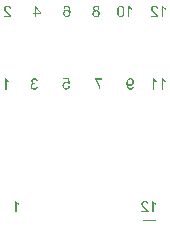
<source format=gbo>
G04*
G04 #@! TF.GenerationSoftware,Altium Limited,Altium Designer,23.8.1 (32)*
G04*
G04 Layer_Color=32896*
%FSLAX44Y44*%
%MOMM*%
G71*
G04*
G04 #@! TF.SameCoordinates,C3666710-2670-402F-B92E-87204BB45A74*
G04*
G04*
G04 #@! TF.FilePolarity,Positive*
G04*
G01*
G75*
%ADD11C,0.1000*%
G36*
X329743Y245925D02*
X329978Y245906D01*
X330203Y245869D01*
X330409Y245822D01*
X330606Y245766D01*
X330784Y245709D01*
X330943Y245644D01*
X331093Y245578D01*
X331224Y245513D01*
X331346Y245447D01*
X331440Y245391D01*
X331524Y245335D01*
X331590Y245288D01*
X331637Y245250D01*
X331665Y245231D01*
X331674Y245222D01*
X331815Y245082D01*
X331946Y244932D01*
X332058Y244772D01*
X332162Y244604D01*
X332246Y244425D01*
X332321Y244257D01*
X332387Y244088D01*
X332443Y243929D01*
X332480Y243769D01*
X332518Y243629D01*
X332546Y243498D01*
X332574Y243385D01*
X332583Y243291D01*
X332593Y243216D01*
X332602Y243179D01*
Y243160D01*
X331393Y243038D01*
X331384Y243207D01*
X331374Y243357D01*
X331346Y243507D01*
X331318Y243638D01*
X331271Y243760D01*
X331234Y243882D01*
X331187Y243985D01*
X331140Y244079D01*
X331093Y244163D01*
X331046Y244238D01*
X330999Y244304D01*
X330962Y244350D01*
X330934Y244388D01*
X330906Y244425D01*
X330896Y244435D01*
X330887Y244444D01*
X330784Y244538D01*
X330681Y244613D01*
X330568Y244688D01*
X330456Y244744D01*
X330231Y244838D01*
X330006Y244894D01*
X329912Y244913D01*
X329818Y244932D01*
X329734Y244941D01*
X329659Y244950D01*
X329603Y244960D01*
X329519D01*
X329369Y244950D01*
X329228Y244941D01*
X328975Y244885D01*
X328750Y244810D01*
X328647Y244763D01*
X328563Y244716D01*
X328478Y244669D01*
X328413Y244622D01*
X328347Y244585D01*
X328300Y244547D01*
X328263Y244519D01*
X328225Y244491D01*
X328216Y244482D01*
X328206Y244472D01*
X328113Y244379D01*
X328038Y244285D01*
X327972Y244182D01*
X327916Y244088D01*
X327822Y243891D01*
X327766Y243704D01*
X327728Y243535D01*
X327719Y243469D01*
X327710Y243413D01*
X327700Y243357D01*
Y243319D01*
Y243301D01*
Y243291D01*
X327710Y243169D01*
X327728Y243038D01*
X327757Y242916D01*
X327785Y242785D01*
X327878Y242551D01*
X327981Y242335D01*
X328038Y242242D01*
X328085Y242148D01*
X328131Y242073D01*
X328178Y242007D01*
X328206Y241951D01*
X328234Y241914D01*
X328253Y241885D01*
X328263Y241876D01*
X328375Y241726D01*
X328516Y241576D01*
X328666Y241407D01*
X328825Y241239D01*
X329172Y240901D01*
X329528Y240573D01*
X329697Y240423D01*
X329856Y240283D01*
X329997Y240152D01*
X330128Y240048D01*
X330231Y239955D01*
X330315Y239889D01*
X330362Y239852D01*
X330381Y239833D01*
X330559Y239683D01*
X330737Y239533D01*
X330896Y239392D01*
X331046Y239261D01*
X331177Y239130D01*
X331309Y239008D01*
X331421Y238896D01*
X331524Y238802D01*
X331618Y238708D01*
X331693Y238624D01*
X331759Y238549D01*
X331815Y238493D01*
X331862Y238446D01*
X331890Y238408D01*
X331909Y238389D01*
X331918Y238380D01*
X332105Y238146D01*
X332265Y237921D01*
X332396Y237705D01*
X332508Y237508D01*
X332593Y237340D01*
X332621Y237274D01*
X332649Y237218D01*
X332668Y237171D01*
X332687Y237134D01*
X332696Y237115D01*
Y237105D01*
X332743Y236956D01*
X332780Y236815D01*
X332799Y236674D01*
X332818Y236552D01*
X332827Y236440D01*
Y236365D01*
Y236309D01*
Y236299D01*
Y236290D01*
X326482D01*
Y237424D01*
X331196D01*
X331121Y237546D01*
X331037Y237658D01*
X330953Y237761D01*
X330878Y237865D01*
X330803Y237940D01*
X330746Y238005D01*
X330709Y238052D01*
X330700Y238061D01*
X330634Y238127D01*
X330550Y238202D01*
X330456Y238296D01*
X330353Y238389D01*
X330128Y238586D01*
X329903Y238783D01*
X329678Y238971D01*
X329584Y239055D01*
X329500Y239130D01*
X329434Y239186D01*
X329378Y239233D01*
X329341Y239261D01*
X329331Y239270D01*
X329106Y239467D01*
X328891Y239645D01*
X328694Y239823D01*
X328516Y239983D01*
X328347Y240133D01*
X328206Y240273D01*
X328066Y240405D01*
X327953Y240517D01*
X327850Y240620D01*
X327757Y240704D01*
X327691Y240779D01*
X327625Y240845D01*
X327578Y240892D01*
X327550Y240929D01*
X327532Y240948D01*
X327522Y240958D01*
X327325Y241182D01*
X327166Y241398D01*
X327025Y241604D01*
X326922Y241773D01*
X326838Y241923D01*
X326810Y241979D01*
X326782Y242035D01*
X326763Y242073D01*
X326744Y242101D01*
X326735Y242120D01*
Y242129D01*
X326651Y242335D01*
X326594Y242542D01*
X326548Y242738D01*
X326519Y242907D01*
X326501Y243057D01*
Y243113D01*
X326491Y243169D01*
Y243207D01*
Y243235D01*
Y243254D01*
Y243263D01*
X326501Y243469D01*
X326529Y243666D01*
X326566Y243863D01*
X326613Y244041D01*
X326679Y244210D01*
X326744Y244360D01*
X326819Y244510D01*
X326894Y244641D01*
X326969Y244763D01*
X327044Y244866D01*
X327110Y244950D01*
X327175Y245025D01*
X327222Y245091D01*
X327260Y245128D01*
X327288Y245156D01*
X327297Y245166D01*
X327457Y245297D01*
X327625Y245419D01*
X327794Y245522D01*
X327981Y245606D01*
X328159Y245681D01*
X328347Y245747D01*
X328525Y245794D01*
X328694Y245841D01*
X328862Y245869D01*
X329012Y245897D01*
X329144Y245916D01*
X329256Y245925D01*
X329359D01*
X329425Y245934D01*
X329491D01*
X329743Y245925D01*
D02*
G37*
G36*
X336520Y245813D02*
X336595Y245700D01*
X336754Y245466D01*
X336923Y245250D01*
X337092Y245053D01*
X337176Y244969D01*
X337251Y244885D01*
X337326Y244819D01*
X337382Y244753D01*
X337429Y244707D01*
X337476Y244669D01*
X337495Y244650D01*
X337504Y244641D01*
X337795Y244407D01*
X338085Y244191D01*
X338376Y243994D01*
X338647Y243835D01*
X338769Y243760D01*
X338882Y243704D01*
X338975Y243647D01*
X339060Y243601D01*
X339135Y243563D01*
X339182Y243535D01*
X339219Y243526D01*
X339229Y243516D01*
Y242382D01*
X339022Y242467D01*
X338807Y242560D01*
X338601Y242663D01*
X338413Y242757D01*
X338245Y242841D01*
X338179Y242879D01*
X338113Y242916D01*
X338066Y242945D01*
X338029Y242963D01*
X338010Y242982D01*
X338001D01*
X337757Y243132D01*
X337532Y243282D01*
X337335Y243423D01*
X337176Y243544D01*
X337045Y243647D01*
X336951Y243732D01*
X336923Y243760D01*
X336895Y243779D01*
X336885Y243797D01*
X336876D01*
Y236290D01*
X335695D01*
Y245934D01*
X336464D01*
X336520Y245813D01*
D02*
G37*
G36*
X336291Y184523D02*
X336366Y184410D01*
X336526Y184176D01*
X336694Y183960D01*
X336863Y183763D01*
X336947Y183679D01*
X337022Y183595D01*
X337097Y183529D01*
X337154Y183463D01*
X337200Y183417D01*
X337247Y183379D01*
X337266Y183360D01*
X337275Y183351D01*
X337566Y183117D01*
X337856Y182901D01*
X338147Y182704D01*
X338419Y182545D01*
X338541Y182470D01*
X338653Y182414D01*
X338747Y182358D01*
X338831Y182311D01*
X338906Y182273D01*
X338953Y182245D01*
X338991Y182236D01*
X339000Y182226D01*
Y181092D01*
X338794Y181176D01*
X338578Y181270D01*
X338372Y181373D01*
X338185Y181467D01*
X338016Y181551D01*
X337950Y181589D01*
X337885Y181626D01*
X337838Y181655D01*
X337800Y181673D01*
X337781Y181692D01*
X337772D01*
X337528Y181842D01*
X337304Y181992D01*
X337107Y182133D01*
X336947Y182254D01*
X336816Y182358D01*
X336722Y182442D01*
X336694Y182470D01*
X336666Y182489D01*
X336657Y182507D01*
X336647D01*
Y175000D01*
X335466D01*
Y184644D01*
X336235D01*
X336291Y184523D01*
D02*
G37*
G36*
X328831D02*
X328906Y184410D01*
X329065Y184176D01*
X329234Y183960D01*
X329402Y183763D01*
X329487Y183679D01*
X329562Y183595D01*
X329637Y183529D01*
X329693Y183463D01*
X329740Y183417D01*
X329787Y183379D01*
X329805Y183360D01*
X329815Y183351D01*
X330105Y183117D01*
X330396Y182901D01*
X330686Y182704D01*
X330958Y182545D01*
X331080Y182470D01*
X331193Y182414D01*
X331286Y182358D01*
X331371Y182311D01*
X331446Y182273D01*
X331493Y182245D01*
X331530Y182236D01*
X331539Y182226D01*
Y181092D01*
X331333Y181176D01*
X331118Y181270D01*
X330911Y181373D01*
X330724Y181467D01*
X330555Y181551D01*
X330490Y181589D01*
X330424Y181626D01*
X330377Y181655D01*
X330340Y181673D01*
X330321Y181692D01*
X330312D01*
X330068Y181842D01*
X329843Y181992D01*
X329646Y182133D01*
X329487Y182254D01*
X329356Y182358D01*
X329262Y182442D01*
X329234Y182470D01*
X329206Y182489D01*
X329196Y182507D01*
X329187D01*
Y175000D01*
X328006D01*
Y184644D01*
X328774D01*
X328831Y184523D01*
D02*
G37*
G36*
X307827Y245972D02*
X307902Y245859D01*
X308062Y245625D01*
X308230Y245410D01*
X308399Y245213D01*
X308483Y245128D01*
X308558Y245044D01*
X308633Y244978D01*
X308690Y244913D01*
X308736Y244866D01*
X308783Y244828D01*
X308802Y244810D01*
X308811Y244800D01*
X309102Y244566D01*
X309393Y244350D01*
X309683Y244154D01*
X309955Y243994D01*
X310077Y243919D01*
X310189Y243863D01*
X310283Y243807D01*
X310367Y243760D01*
X310442Y243722D01*
X310489Y243694D01*
X310527Y243685D01*
X310536Y243676D01*
Y242542D01*
X310330Y242626D01*
X310114Y242720D01*
X309908Y242823D01*
X309721Y242916D01*
X309552Y243001D01*
X309486Y243038D01*
X309421Y243076D01*
X309374Y243104D01*
X309336Y243123D01*
X309317Y243141D01*
X309308D01*
X309065Y243291D01*
X308839Y243441D01*
X308643Y243582D01*
X308483Y243704D01*
X308352Y243807D01*
X308258Y243891D01*
X308230Y243919D01*
X308202Y243938D01*
X308193Y243957D01*
X308183D01*
Y236449D01*
X307003D01*
Y246094D01*
X307771D01*
X307827Y245972D01*
D02*
G37*
G36*
X301051Y246084D02*
X301229Y246066D01*
X301407Y246038D01*
X301566Y246009D01*
X301726Y245963D01*
X301866Y245916D01*
X301998Y245869D01*
X302119Y245813D01*
X302222Y245756D01*
X302326Y245709D01*
X302401Y245663D01*
X302475Y245616D01*
X302522Y245588D01*
X302569Y245560D01*
X302588Y245541D01*
X302597Y245531D01*
X302719Y245419D01*
X302841Y245297D01*
X303057Y245044D01*
X303235Y244782D01*
X303375Y244519D01*
X303441Y244397D01*
X303488Y244285D01*
X303535Y244191D01*
X303572Y244097D01*
X303600Y244032D01*
X303619Y243976D01*
X303638Y243938D01*
Y243929D01*
X303694Y243722D01*
X303750Y243516D01*
X303835Y243057D01*
X303900Y242607D01*
X303919Y242382D01*
X303938Y242167D01*
X303956Y241960D01*
X303966Y241773D01*
X303975Y241614D01*
Y241464D01*
X303985Y241351D01*
Y241257D01*
Y241201D01*
Y241192D01*
Y241182D01*
X303975Y240695D01*
X303947Y240236D01*
X303900Y239823D01*
X303835Y239430D01*
X303769Y239083D01*
X303685Y238764D01*
X303600Y238474D01*
X303507Y238221D01*
X303422Y237996D01*
X303338Y237799D01*
X303253Y237640D01*
X303188Y237508D01*
X303122Y237405D01*
X303075Y237330D01*
X303047Y237293D01*
X303038Y237274D01*
X302888Y237105D01*
X302719Y236946D01*
X302541Y236815D01*
X302363Y236702D01*
X302185Y236609D01*
X301998Y236534D01*
X301819Y236468D01*
X301651Y236412D01*
X301491Y236374D01*
X301341Y236346D01*
X301201Y236318D01*
X301088Y236309D01*
X300985Y236299D01*
X300920Y236290D01*
X300854D01*
X300657Y236299D01*
X300479Y236318D01*
X300301Y236346D01*
X300142Y236374D01*
X299982Y236421D01*
X299842Y236468D01*
X299711Y236515D01*
X299589Y236571D01*
X299486Y236627D01*
X299392Y236674D01*
X299308Y236721D01*
X299242Y236768D01*
X299186Y236796D01*
X299148Y236824D01*
X299130Y236843D01*
X299120Y236852D01*
X298998Y236965D01*
X298876Y237087D01*
X298661Y237340D01*
X298483Y237612D01*
X298342Y237865D01*
X298277Y237986D01*
X298230Y238099D01*
X298183Y238193D01*
X298145Y238286D01*
X298117Y238352D01*
X298099Y238408D01*
X298080Y238446D01*
Y238455D01*
X298014Y238661D01*
X297958Y238867D01*
X297874Y239317D01*
X297808Y239777D01*
X297789Y239992D01*
X297771Y240208D01*
X297752Y240414D01*
X297742Y240592D01*
X297733Y240761D01*
Y240901D01*
X297724Y241023D01*
Y241108D01*
Y241164D01*
Y241182D01*
Y241445D01*
X297733Y241689D01*
X297742Y241923D01*
X297761Y242139D01*
X297780Y242345D01*
X297799Y242523D01*
X297817Y242701D01*
X297836Y242851D01*
X297855Y242991D01*
X297874Y243113D01*
X297892Y243216D01*
X297911Y243301D01*
X297930Y243366D01*
X297939Y243413D01*
X297949Y243441D01*
Y243451D01*
X298033Y243751D01*
X298136Y244032D01*
X298230Y244275D01*
X298277Y244379D01*
X298323Y244482D01*
X298370Y244566D01*
X298408Y244650D01*
X298445Y244716D01*
X298473Y244772D01*
X298502Y244819D01*
X298520Y244847D01*
X298539Y244866D01*
Y244875D01*
X298689Y245082D01*
X298848Y245269D01*
X299008Y245419D01*
X299158Y245550D01*
X299298Y245644D01*
X299401Y245719D01*
X299448Y245747D01*
X299476Y245756D01*
X299495Y245775D01*
X299504D01*
X299729Y245878D01*
X299964Y245963D01*
X300189Y246019D01*
X300395Y246056D01*
X300489Y246066D01*
X300582Y246075D01*
X300657Y246084D01*
X300723Y246094D01*
X300854D01*
X301051Y246084D01*
D02*
G37*
G36*
X309145Y184635D02*
X309379Y184607D01*
X309594Y184560D01*
X309801Y184504D01*
X309988Y184438D01*
X310166Y184363D01*
X310335Y184279D01*
X310485Y184204D01*
X310616Y184119D01*
X310738Y184035D01*
X310832Y183960D01*
X310916Y183895D01*
X310991Y183838D01*
X311038Y183792D01*
X311066Y183763D01*
X311075Y183754D01*
X311225Y183585D01*
X311357Y183398D01*
X311469Y183210D01*
X311572Y183014D01*
X311647Y182817D01*
X311722Y182620D01*
X311778Y182423D01*
X311825Y182245D01*
X311853Y182067D01*
X311881Y181908D01*
X311900Y181767D01*
X311919Y181645D01*
Y181542D01*
X311928Y181467D01*
Y181420D01*
Y181402D01*
X311919Y181139D01*
X311891Y180895D01*
X311853Y180670D01*
X311797Y180445D01*
X311741Y180249D01*
X311666Y180061D01*
X311591Y179883D01*
X311516Y179733D01*
X311441Y179593D01*
X311366Y179471D01*
X311291Y179368D01*
X311235Y179283D01*
X311178Y179218D01*
X311141Y179161D01*
X311113Y179133D01*
X311103Y179124D01*
X310944Y178974D01*
X310775Y178843D01*
X310607Y178721D01*
X310438Y178627D01*
X310269Y178543D01*
X310101Y178468D01*
X309941Y178412D01*
X309782Y178374D01*
X309641Y178337D01*
X309510Y178309D01*
X309388Y178290D01*
X309285Y178271D01*
X309201D01*
X309145Y178262D01*
X309088D01*
X308826Y178280D01*
X308582Y178318D01*
X308357Y178374D01*
X308160Y178440D01*
X308076Y178468D01*
X308001Y178496D01*
X307926Y178524D01*
X307870Y178552D01*
X307823Y178580D01*
X307795Y178590D01*
X307776Y178608D01*
X307767D01*
X307551Y178749D01*
X307354Y178899D01*
X307186Y179049D01*
X307045Y179190D01*
X306933Y179321D01*
X306858Y179424D01*
X306830Y179461D01*
X306811Y179489D01*
X306792Y179508D01*
Y179415D01*
Y179349D01*
Y179302D01*
Y179283D01*
X306801Y179011D01*
X306820Y178749D01*
X306848Y178505D01*
X306876Y178290D01*
X306895Y178187D01*
X306914Y178102D01*
X306933Y178027D01*
X306942Y177962D01*
X306951Y177915D01*
X306961Y177868D01*
X306970Y177849D01*
Y177840D01*
X307036Y177587D01*
X307111Y177371D01*
X307186Y177174D01*
X307261Y177015D01*
X307317Y176884D01*
X307364Y176790D01*
X307383Y176762D01*
X307401Y176734D01*
X307411Y176725D01*
Y176715D01*
X307514Y176565D01*
X307617Y176434D01*
X307729Y176322D01*
X307842Y176228D01*
X307936Y176153D01*
X308011Y176097D01*
X308057Y176059D01*
X308067Y176050D01*
X308076D01*
X308235Y175965D01*
X308395Y175909D01*
X308563Y175862D01*
X308704Y175834D01*
X308835Y175815D01*
X308938Y175806D01*
X309032D01*
X309257Y175825D01*
X309463Y175862D01*
X309641Y175919D01*
X309791Y175984D01*
X309913Y176050D01*
X309998Y176106D01*
X310054Y176143D01*
X310063Y176162D01*
X310072D01*
X310147Y176237D01*
X310213Y176322D01*
X310326Y176500D01*
X310419Y176696D01*
X310494Y176884D01*
X310550Y177062D01*
X310569Y177137D01*
X310588Y177203D01*
X310597Y177259D01*
X310607Y177296D01*
X310616Y177324D01*
Y177334D01*
X311750Y177231D01*
X311713Y177024D01*
X311675Y176828D01*
X311619Y176640D01*
X311553Y176472D01*
X311488Y176312D01*
X311422Y176172D01*
X311347Y176031D01*
X311272Y175919D01*
X311197Y175806D01*
X311132Y175722D01*
X311066Y175637D01*
X311010Y175572D01*
X310963Y175525D01*
X310925Y175487D01*
X310907Y175469D01*
X310897Y175459D01*
X310757Y175347D01*
X310616Y175253D01*
X310466Y175169D01*
X310307Y175103D01*
X310157Y175037D01*
X309998Y174991D01*
X309707Y174916D01*
X309576Y174897D01*
X309445Y174878D01*
X309332Y174859D01*
X309238Y174850D01*
X309163Y174841D01*
X309051D01*
X308854Y174850D01*
X308667Y174869D01*
X308489Y174897D01*
X308320Y174925D01*
X308151Y174972D01*
X308001Y175019D01*
X307861Y175066D01*
X307729Y175122D01*
X307617Y175178D01*
X307514Y175225D01*
X307420Y175272D01*
X307345Y175319D01*
X307279Y175347D01*
X307242Y175375D01*
X307214Y175394D01*
X307204Y175403D01*
X307064Y175515D01*
X306923Y175637D01*
X306689Y175900D01*
X306483Y176181D01*
X306314Y176443D01*
X306239Y176575D01*
X306183Y176687D01*
X306136Y176790D01*
X306089Y176884D01*
X306052Y176959D01*
X306033Y177015D01*
X306014Y177053D01*
Y177062D01*
X305939Y177278D01*
X305883Y177502D01*
X305827Y177737D01*
X305780Y177980D01*
X305705Y178468D01*
X305686Y178712D01*
X305658Y178937D01*
X305649Y179161D01*
X305630Y179358D01*
X305620Y179536D01*
Y179696D01*
X305611Y179818D01*
Y179911D01*
Y179949D01*
Y179977D01*
Y179986D01*
Y179996D01*
Y180314D01*
X305630Y180624D01*
X305649Y180905D01*
X305677Y181167D01*
X305705Y181411D01*
X305742Y181626D01*
X305770Y181833D01*
X305808Y182011D01*
X305845Y182170D01*
X305883Y182311D01*
X305920Y182423D01*
X305949Y182526D01*
X305977Y182601D01*
X305995Y182648D01*
X306005Y182686D01*
X306014Y182695D01*
X306089Y182864D01*
X306183Y183023D01*
X306277Y183173D01*
X306370Y183314D01*
X306464Y183445D01*
X306567Y183567D01*
X306661Y183670D01*
X306755Y183773D01*
X306848Y183857D01*
X306923Y183932D01*
X306998Y183988D01*
X307064Y184045D01*
X307120Y184082D01*
X307158Y184119D01*
X307186Y184129D01*
X307195Y184138D01*
X307345Y184232D01*
X307495Y184307D01*
X307645Y184373D01*
X307795Y184429D01*
X308076Y184523D01*
X308348Y184579D01*
X308460Y184607D01*
X308573Y184616D01*
X308667Y184626D01*
X308751Y184635D01*
X308817Y184644D01*
X308910D01*
X309145Y184635D01*
D02*
G37*
G36*
X280222Y246084D02*
X280447Y246066D01*
X280644Y246028D01*
X280840Y245981D01*
X281019Y245925D01*
X281187Y245869D01*
X281337Y245803D01*
X281469Y245738D01*
X281590Y245663D01*
X281703Y245597D01*
X281787Y245541D01*
X281862Y245485D01*
X281928Y245438D01*
X281965Y245400D01*
X281993Y245381D01*
X282003Y245372D01*
X282134Y245231D01*
X282246Y245091D01*
X282349Y244941D01*
X282434Y244800D01*
X282509Y244650D01*
X282565Y244500D01*
X282621Y244360D01*
X282659Y244229D01*
X282687Y244097D01*
X282715Y243976D01*
X282734Y243872D01*
X282743Y243788D01*
Y243713D01*
X282752Y243657D01*
Y243619D01*
Y243610D01*
X282734Y243357D01*
X282696Y243132D01*
X282640Y242926D01*
X282574Y242757D01*
X282518Y242617D01*
X282490Y242560D01*
X282462Y242504D01*
X282434Y242467D01*
X282425Y242438D01*
X282406Y242429D01*
Y242420D01*
X282256Y242242D01*
X282087Y242092D01*
X281900Y241960D01*
X281721Y241848D01*
X281562Y241764D01*
X281487Y241726D01*
X281431Y241698D01*
X281384Y241679D01*
X281337Y241660D01*
X281318Y241651D01*
X281309D01*
X281469Y241604D01*
X281618Y241548D01*
X281759Y241492D01*
X281890Y241426D01*
X282012Y241351D01*
X282125Y241276D01*
X282228Y241211D01*
X282321Y241136D01*
X282396Y241070D01*
X282471Y241004D01*
X282528Y240948D01*
X282584Y240892D01*
X282621Y240845D01*
X282649Y240817D01*
X282659Y240798D01*
X282668Y240789D01*
X282752Y240667D01*
X282818Y240545D01*
X282884Y240414D01*
X282940Y240283D01*
X283024Y240020D01*
X283081Y239767D01*
X283099Y239655D01*
X283109Y239552D01*
X283118Y239458D01*
X283127Y239383D01*
X283137Y239317D01*
Y239261D01*
Y239233D01*
Y239224D01*
X283127Y238989D01*
X283099Y238774D01*
X283052Y238568D01*
X283006Y238371D01*
X282940Y238183D01*
X282865Y238005D01*
X282790Y237846D01*
X282706Y237705D01*
X282621Y237574D01*
X282546Y237462D01*
X282471Y237358D01*
X282406Y237274D01*
X282349Y237208D01*
X282312Y237162D01*
X282284Y237134D01*
X282274Y237124D01*
X282106Y236974D01*
X281928Y236852D01*
X281740Y236740D01*
X281544Y236646D01*
X281356Y236562D01*
X281169Y236496D01*
X280981Y236440D01*
X280803Y236393D01*
X280634Y236356D01*
X280475Y236337D01*
X280334Y236318D01*
X280212Y236299D01*
X280119D01*
X280044Y236290D01*
X279978D01*
X279716Y236299D01*
X279472Y236327D01*
X279238Y236365D01*
X279022Y236421D01*
X278816Y236487D01*
X278629Y236552D01*
X278451Y236627D01*
X278291Y236712D01*
X278160Y236787D01*
X278029Y236862D01*
X277926Y236927D01*
X277841Y236993D01*
X277776Y237049D01*
X277719Y237087D01*
X277691Y237115D01*
X277682Y237124D01*
X277532Y237283D01*
X277391Y237452D01*
X277279Y237621D01*
X277176Y237799D01*
X277092Y237977D01*
X277026Y238146D01*
X276970Y238314D01*
X276923Y238474D01*
X276885Y238624D01*
X276857Y238764D01*
X276838Y238886D01*
X276820Y238989D01*
Y239074D01*
X276810Y239139D01*
Y239186D01*
Y239195D01*
X276820Y239364D01*
X276829Y239514D01*
X276885Y239814D01*
X276960Y240067D01*
X276998Y240189D01*
X277045Y240292D01*
X277092Y240386D01*
X277129Y240480D01*
X277167Y240545D01*
X277204Y240611D01*
X277232Y240658D01*
X277260Y240695D01*
X277269Y240714D01*
X277279Y240723D01*
X277373Y240836D01*
X277466Y240948D01*
X277682Y241136D01*
X277907Y241295D01*
X278123Y241426D01*
X278319Y241529D01*
X278404Y241567D01*
X278479Y241595D01*
X278535Y241623D01*
X278582Y241642D01*
X278610Y241651D01*
X278619D01*
X278366Y241764D01*
X278151Y241885D01*
X277973Y242007D01*
X277822Y242129D01*
X277710Y242242D01*
X277626Y242326D01*
X277579Y242392D01*
X277560Y242401D01*
Y242410D01*
X277438Y242607D01*
X277354Y242804D01*
X277288Y243001D01*
X277251Y243179D01*
X277223Y243338D01*
X277213Y243413D01*
Y243469D01*
X277204Y243516D01*
Y243554D01*
Y243573D01*
Y243582D01*
X277213Y243779D01*
X277232Y243957D01*
X277279Y244135D01*
X277326Y244304D01*
X277382Y244463D01*
X277448Y244604D01*
X277513Y244744D01*
X277588Y244866D01*
X277663Y244978D01*
X277729Y245072D01*
X277794Y245166D01*
X277851Y245231D01*
X277897Y245288D01*
X277935Y245325D01*
X277963Y245353D01*
X277973Y245363D01*
X278123Y245494D01*
X278282Y245606D01*
X278441Y245700D01*
X278610Y245784D01*
X278778Y245859D01*
X278947Y245916D01*
X279116Y245963D01*
X279275Y246000D01*
X279425Y246028D01*
X279557Y246056D01*
X279678Y246075D01*
X279791Y246084D01*
X279875Y246094D01*
X279997D01*
X280222Y246084D01*
D02*
G37*
G36*
X284960Y183510D02*
X280264D01*
X280433Y183314D01*
X280592Y183107D01*
X280911Y182686D01*
X281192Y182264D01*
X281323Y182058D01*
X281445Y181861D01*
X281557Y181683D01*
X281660Y181514D01*
X281745Y181364D01*
X281820Y181242D01*
X281876Y181130D01*
X281923Y181055D01*
X281951Y181008D01*
X281960Y180989D01*
X282242Y180427D01*
X282485Y179874D01*
X282598Y179611D01*
X282691Y179349D01*
X282785Y179105D01*
X282869Y178880D01*
X282945Y178665D01*
X283001Y178477D01*
X283057Y178309D01*
X283104Y178159D01*
X283132Y178046D01*
X283160Y177962D01*
X283169Y177906D01*
X283179Y177896D01*
Y177887D01*
X283254Y177596D01*
X283319Y177306D01*
X283376Y177043D01*
X283423Y176781D01*
X283469Y176546D01*
X283507Y176322D01*
X283535Y176115D01*
X283554Y175919D01*
X283573Y175750D01*
X283591Y175600D01*
X283601Y175469D01*
X283610Y175356D01*
Y175272D01*
X283619Y175216D01*
Y175169D01*
Y175159D01*
X282410D01*
X282363Y175684D01*
X282335Y175937D01*
X282298Y176172D01*
X282260Y176406D01*
X282223Y176621D01*
X282185Y176828D01*
X282148Y177015D01*
X282110Y177184D01*
X282082Y177334D01*
X282045Y177474D01*
X282017Y177587D01*
X281998Y177671D01*
X281979Y177737D01*
X281960Y177784D01*
Y177793D01*
X281867Y178112D01*
X281764Y178430D01*
X281651Y178740D01*
X281539Y179040D01*
X281426Y179321D01*
X281304Y179602D01*
X281192Y179855D01*
X281079Y180099D01*
X280976Y180324D01*
X280882Y180520D01*
X280798Y180699D01*
X280723Y180839D01*
X280658Y180961D01*
X280611Y181045D01*
X280583Y181102D01*
X280573Y181120D01*
X280404Y181420D01*
X280236Y181701D01*
X280067Y181964D01*
X279908Y182208D01*
X279748Y182442D01*
X279599Y182657D01*
X279449Y182854D01*
X279317Y183032D01*
X279195Y183192D01*
X279083Y183332D01*
X278989Y183445D01*
X278905Y183548D01*
X278839Y183623D01*
X278783Y183679D01*
X278755Y183717D01*
X278746Y183726D01*
Y184644D01*
X284960D01*
Y183510D01*
D02*
G37*
G36*
X255156Y246084D02*
X255419Y246047D01*
X255663Y245991D01*
X255897Y245925D01*
X256112Y245841D01*
X256309Y245747D01*
X256487Y245644D01*
X256656Y245541D01*
X256797Y245438D01*
X256928Y245335D01*
X257040Y245241D01*
X257125Y245156D01*
X257200Y245091D01*
X257256Y245035D01*
X257284Y244997D01*
X257293Y244988D01*
X257472Y244735D01*
X257631Y244454D01*
X257771Y244144D01*
X257884Y243826D01*
X257987Y243488D01*
X258062Y243151D01*
X258137Y242813D01*
X258184Y242485D01*
X258231Y242176D01*
X258259Y241885D01*
X258287Y241623D01*
X258296Y241501D01*
Y241398D01*
X258306Y241295D01*
Y241201D01*
X258315Y241126D01*
Y241061D01*
Y241004D01*
Y240967D01*
Y240948D01*
Y240939D01*
X258306Y240489D01*
X258278Y240077D01*
X258231Y239683D01*
X258165Y239336D01*
X258099Y239008D01*
X258025Y238717D01*
X257940Y238455D01*
X257846Y238221D01*
X257762Y238015D01*
X257678Y237846D01*
X257603Y237696D01*
X257528Y237574D01*
X257472Y237480D01*
X257425Y237424D01*
X257397Y237377D01*
X257387Y237368D01*
X257209Y237180D01*
X257022Y237012D01*
X256825Y236871D01*
X256619Y236749D01*
X256422Y236637D01*
X256216Y236552D01*
X256028Y236478D01*
X255841Y236421D01*
X255663Y236384D01*
X255503Y236346D01*
X255353Y236327D01*
X255231Y236309D01*
X255128Y236299D01*
X255053Y236290D01*
X254988D01*
X254828Y236299D01*
X254669Y236309D01*
X254379Y236356D01*
X254116Y236421D01*
X253994Y236459D01*
X253891Y236496D01*
X253788Y236534D01*
X253704Y236571D01*
X253629Y236609D01*
X253563Y236637D01*
X253507Y236665D01*
X253469Y236684D01*
X253451Y236702D01*
X253441D01*
X253198Y236871D01*
X252982Y237059D01*
X252804Y237255D01*
X252645Y237452D01*
X252523Y237621D01*
X252476Y237696D01*
X252439Y237761D01*
X252401Y237808D01*
X252382Y237846D01*
X252363Y237874D01*
Y237883D01*
X252232Y238183D01*
X252139Y238474D01*
X252064Y238755D01*
X252017Y239017D01*
X251998Y239139D01*
X251989Y239242D01*
X251979Y239336D01*
Y239421D01*
X251970Y239486D01*
Y239533D01*
Y239561D01*
Y239570D01*
X251979Y239823D01*
X252007Y240058D01*
X252045Y240283D01*
X252101Y240498D01*
X252167Y240695D01*
X252232Y240883D01*
X252307Y241051D01*
X252382Y241201D01*
X252467Y241342D01*
X252542Y241464D01*
X252607Y241567D01*
X252673Y241651D01*
X252729Y241717D01*
X252766Y241773D01*
X252795Y241801D01*
X252804Y241810D01*
X252963Y241960D01*
X253123Y242101D01*
X253291Y242213D01*
X253469Y242317D01*
X253638Y242401D01*
X253797Y242467D01*
X253966Y242523D01*
X254116Y242570D01*
X254257Y242607D01*
X254388Y242635D01*
X254510Y242654D01*
X254613Y242673D01*
X254697D01*
X254753Y242682D01*
X254810D01*
X255063Y242673D01*
X255297Y242635D01*
X255513Y242579D01*
X255709Y242523D01*
X255794Y242495D01*
X255869Y242467D01*
X255934Y242438D01*
X256000Y242410D01*
X256038Y242392D01*
X256075Y242373D01*
X256094Y242363D01*
X256103D01*
X256328Y242232D01*
X256525Y242082D01*
X256703Y241923D01*
X256853Y241764D01*
X256975Y241623D01*
X257031Y241557D01*
X257069Y241501D01*
X257097Y241464D01*
X257125Y241426D01*
X257134Y241407D01*
X257143Y241398D01*
X257134Y241660D01*
X257125Y241904D01*
X257106Y242139D01*
X257087Y242354D01*
X257059Y242551D01*
X257031Y242738D01*
X257003Y242898D01*
X256975Y243048D01*
X256947Y243179D01*
X256919Y243301D01*
X256890Y243394D01*
X256862Y243479D01*
X256844Y243535D01*
X256825Y243582D01*
X256815Y243610D01*
Y243619D01*
X256684Y243901D01*
X256544Y244135D01*
X256394Y244341D01*
X256253Y244510D01*
X256122Y244641D01*
X256028Y244735D01*
X255991Y244772D01*
X255963Y244791D01*
X255944Y244810D01*
X255934D01*
X255766Y244913D01*
X255597Y244997D01*
X255428Y245053D01*
X255278Y245091D01*
X255138Y245110D01*
X255035Y245128D01*
X254941D01*
X254810Y245119D01*
X254688Y245110D01*
X254463Y245053D01*
X254257Y244969D01*
X254088Y244875D01*
X253947Y244782D01*
X253891Y244744D01*
X253844Y244697D01*
X253807Y244669D01*
X253779Y244641D01*
X253769Y244632D01*
X253760Y244622D01*
X253657Y244491D01*
X253563Y244332D01*
X253488Y244163D01*
X253423Y243994D01*
X253376Y243844D01*
X253357Y243779D01*
X253338Y243722D01*
X253329Y243676D01*
X253319Y243638D01*
X253310Y243619D01*
Y243610D01*
X252139Y243704D01*
X252176Y243910D01*
X252223Y244097D01*
X252270Y244275D01*
X252335Y244444D01*
X252410Y244604D01*
X252476Y244744D01*
X252551Y244885D01*
X252626Y244997D01*
X252701Y245100D01*
X252776Y245194D01*
X252841Y245278D01*
X252898Y245344D01*
X252945Y245391D01*
X252982Y245428D01*
X253001Y245447D01*
X253010Y245456D01*
X253151Y245569D01*
X253301Y245663D01*
X253451Y245756D01*
X253610Y245822D01*
X253760Y245888D01*
X253919Y245934D01*
X254210Y246019D01*
X254350Y246038D01*
X254472Y246056D01*
X254585Y246075D01*
X254688Y246084D01*
X254763Y246094D01*
X254875D01*
X255156Y246084D01*
D02*
G37*
G36*
X257626Y179705D02*
X256520Y179564D01*
X256416Y179705D01*
X256295Y179836D01*
X256182Y179949D01*
X256060Y180052D01*
X255966Y180127D01*
X255882Y180183D01*
X255826Y180221D01*
X255817Y180230D01*
X255807D01*
X255629Y180314D01*
X255451Y180380D01*
X255282Y180427D01*
X255123Y180464D01*
X254982Y180483D01*
X254926D01*
X254870Y180492D01*
X254776D01*
X254608Y180483D01*
X254448Y180464D01*
X254298Y180436D01*
X254148Y180399D01*
X254017Y180352D01*
X253895Y180305D01*
X253783Y180249D01*
X253680Y180202D01*
X253595Y180146D01*
X253511Y180089D01*
X253445Y180042D01*
X253389Y179996D01*
X253342Y179958D01*
X253314Y179930D01*
X253295Y179911D01*
X253286Y179902D01*
X253183Y179789D01*
X253099Y179668D01*
X253023Y179536D01*
X252958Y179405D01*
X252902Y179274D01*
X252855Y179143D01*
X252789Y178890D01*
X252761Y178768D01*
X252742Y178655D01*
X252733Y178562D01*
X252724Y178477D01*
X252714Y178402D01*
Y178355D01*
Y178318D01*
Y178309D01*
X252724Y178112D01*
X252742Y177934D01*
X252771Y177756D01*
X252808Y177596D01*
X252855Y177446D01*
X252902Y177306D01*
X252958Y177174D01*
X253005Y177062D01*
X253061Y176959D01*
X253117Y176865D01*
X253164Y176781D01*
X253211Y176725D01*
X253249Y176668D01*
X253277Y176631D01*
X253295Y176612D01*
X253305Y176603D01*
X253417Y176490D01*
X253539Y176397D01*
X253661Y176312D01*
X253783Y176237D01*
X253904Y176172D01*
X254017Y176125D01*
X254251Y176050D01*
X254354Y176022D01*
X254448Y176003D01*
X254533Y175984D01*
X254608Y175975D01*
X254664Y175965D01*
X254748D01*
X254879Y175975D01*
X255001Y175984D01*
X255236Y176040D01*
X255442Y176106D01*
X255620Y176190D01*
X255770Y176275D01*
X255826Y176312D01*
X255873Y176350D01*
X255910Y176378D01*
X255938Y176397D01*
X255957Y176406D01*
X255966Y176415D01*
X256051Y176509D01*
X256135Y176603D01*
X256276Y176828D01*
X256379Y177053D01*
X256463Y177268D01*
X256529Y177474D01*
X256548Y177559D01*
X256566Y177634D01*
X256576Y177699D01*
X256585Y177746D01*
X256595Y177774D01*
Y177784D01*
X257832Y177681D01*
X257803Y177456D01*
X257757Y177249D01*
X257700Y177053D01*
X257635Y176865D01*
X257560Y176687D01*
X257485Y176528D01*
X257400Y176378D01*
X257316Y176247D01*
X257241Y176134D01*
X257157Y176031D01*
X257091Y175937D01*
X257026Y175862D01*
X256969Y175806D01*
X256932Y175769D01*
X256904Y175740D01*
X256894Y175731D01*
X256735Y175600D01*
X256566Y175487D01*
X256388Y175394D01*
X256210Y175309D01*
X256023Y175234D01*
X255845Y175178D01*
X255676Y175131D01*
X255507Y175094D01*
X255348Y175066D01*
X255207Y175037D01*
X255076Y175019D01*
X254964Y175009D01*
X254870D01*
X254804Y175000D01*
X254748D01*
X254457Y175009D01*
X254176Y175047D01*
X253923Y175103D01*
X253680Y175178D01*
X253455Y175272D01*
X253249Y175366D01*
X253061Y175469D01*
X252883Y175581D01*
X252733Y175694D01*
X252602Y175797D01*
X252489Y175890D01*
X252396Y175984D01*
X252321Y176059D01*
X252274Y176115D01*
X252236Y176153D01*
X252227Y176162D01*
X252096Y176340D01*
X251974Y176528D01*
X251871Y176725D01*
X251786Y176912D01*
X251711Y177099D01*
X251646Y177287D01*
X251599Y177474D01*
X251552Y177643D01*
X251524Y177802D01*
X251496Y177952D01*
X251477Y178084D01*
X251468Y178196D01*
Y178290D01*
X251458Y178355D01*
Y178393D01*
Y178412D01*
X251468Y178665D01*
X251496Y178908D01*
X251543Y179133D01*
X251590Y179349D01*
X251665Y179546D01*
X251730Y179733D01*
X251814Y179902D01*
X251889Y180052D01*
X251974Y180192D01*
X252058Y180314D01*
X252124Y180417D01*
X252189Y180502D01*
X252246Y180567D01*
X252292Y180624D01*
X252321Y180652D01*
X252330Y180661D01*
X252499Y180811D01*
X252667Y180952D01*
X252845Y181064D01*
X253023Y181167D01*
X253202Y181252D01*
X253380Y181317D01*
X253558Y181373D01*
X253717Y181420D01*
X253867Y181458D01*
X254008Y181486D01*
X254139Y181505D01*
X254242Y181523D01*
X254336D01*
X254401Y181533D01*
X254457D01*
X254636Y181523D01*
X254814Y181505D01*
X254982Y181476D01*
X255142Y181439D01*
X255451Y181336D01*
X255592Y181289D01*
X255723Y181233D01*
X255845Y181167D01*
X255948Y181120D01*
X256051Y181064D01*
X256126Y181017D01*
X256192Y180980D01*
X256238Y180952D01*
X256266Y180933D01*
X256276Y180924D01*
X255760Y183520D01*
X251908D01*
Y184644D01*
X256698D01*
X257626Y179705D01*
D02*
G37*
G36*
X203791Y184523D02*
X203866Y184410D01*
X204026Y184176D01*
X204194Y183960D01*
X204363Y183763D01*
X204447Y183679D01*
X204522Y183595D01*
X204597Y183529D01*
X204654Y183463D01*
X204701Y183417D01*
X204747Y183379D01*
X204766Y183360D01*
X204775Y183351D01*
X205066Y183117D01*
X205357Y182901D01*
X205647Y182704D01*
X205919Y182545D01*
X206041Y182470D01*
X206153Y182414D01*
X206247Y182358D01*
X206331Y182311D01*
X206406Y182273D01*
X206453Y182245D01*
X206491Y182236D01*
X206500Y182226D01*
Y181092D01*
X206294Y181176D01*
X206078Y181270D01*
X205872Y181373D01*
X205685Y181467D01*
X205516Y181551D01*
X205450Y181589D01*
X205385Y181626D01*
X205338Y181655D01*
X205300Y181673D01*
X205282Y181692D01*
X205272D01*
X205028Y181842D01*
X204804Y181992D01*
X204607Y182133D01*
X204447Y182254D01*
X204316Y182358D01*
X204223Y182442D01*
X204194Y182470D01*
X204166Y182489D01*
X204157Y182507D01*
X204147D01*
Y175000D01*
X202966D01*
Y184644D01*
X203735D01*
X203791Y184523D01*
D02*
G37*
G36*
X205279Y245925D02*
X205513Y245906D01*
X205738Y245869D01*
X205944Y245822D01*
X206141Y245766D01*
X206319Y245709D01*
X206479Y245644D01*
X206628Y245578D01*
X206760Y245513D01*
X206882Y245447D01*
X206975Y245391D01*
X207060Y245335D01*
X207125Y245288D01*
X207172Y245250D01*
X207200Y245231D01*
X207209Y245222D01*
X207350Y245082D01*
X207481Y244932D01*
X207594Y244772D01*
X207697Y244604D01*
X207781Y244425D01*
X207856Y244257D01*
X207922Y244088D01*
X207978Y243929D01*
X208016Y243769D01*
X208053Y243629D01*
X208081Y243498D01*
X208109Y243385D01*
X208119Y243291D01*
X208128Y243216D01*
X208137Y243179D01*
Y243160D01*
X206928Y243038D01*
X206919Y243207D01*
X206910Y243357D01*
X206882Y243507D01*
X206853Y243638D01*
X206807Y243760D01*
X206769Y243882D01*
X206722Y243985D01*
X206675Y244079D01*
X206628Y244163D01*
X206582Y244238D01*
X206535Y244304D01*
X206497Y244350D01*
X206469Y244388D01*
X206441Y244425D01*
X206432Y244435D01*
X206422Y244444D01*
X206319Y244538D01*
X206216Y244613D01*
X206104Y244688D01*
X205991Y244744D01*
X205766Y244838D01*
X205541Y244894D01*
X205448Y244913D01*
X205354Y244932D01*
X205269Y244941D01*
X205194Y244950D01*
X205138Y244960D01*
X205054D01*
X204904Y244950D01*
X204763Y244941D01*
X204510Y244885D01*
X204285Y244810D01*
X204182Y244763D01*
X204098Y244716D01*
X204014Y244669D01*
X203948Y244622D01*
X203882Y244585D01*
X203835Y244547D01*
X203798Y244519D01*
X203760Y244491D01*
X203751Y244482D01*
X203742Y244472D01*
X203648Y244379D01*
X203573Y244285D01*
X203507Y244182D01*
X203451Y244088D01*
X203357Y243891D01*
X203301Y243704D01*
X203264Y243535D01*
X203254Y243469D01*
X203245Y243413D01*
X203235Y243357D01*
Y243319D01*
Y243301D01*
Y243291D01*
X203245Y243169D01*
X203264Y243038D01*
X203292Y242916D01*
X203320Y242785D01*
X203414Y242551D01*
X203517Y242335D01*
X203573Y242242D01*
X203620Y242148D01*
X203667Y242073D01*
X203713Y242007D01*
X203742Y241951D01*
X203770Y241914D01*
X203789Y241885D01*
X203798Y241876D01*
X203910Y241726D01*
X204051Y241576D01*
X204201Y241407D01*
X204360Y241239D01*
X204707Y240901D01*
X205063Y240573D01*
X205232Y240423D01*
X205391Y240283D01*
X205532Y240152D01*
X205663Y240048D01*
X205766Y239955D01*
X205851Y239889D01*
X205897Y239852D01*
X205916Y239833D01*
X206094Y239683D01*
X206272Y239533D01*
X206432Y239392D01*
X206582Y239261D01*
X206713Y239130D01*
X206844Y239008D01*
X206957Y238896D01*
X207060Y238802D01*
X207153Y238708D01*
X207228Y238624D01*
X207294Y238549D01*
X207350Y238493D01*
X207397Y238446D01*
X207425Y238408D01*
X207444Y238389D01*
X207453Y238380D01*
X207641Y238146D01*
X207800Y237921D01*
X207931Y237705D01*
X208044Y237508D01*
X208128Y237340D01*
X208156Y237274D01*
X208184Y237218D01*
X208203Y237171D01*
X208222Y237134D01*
X208231Y237115D01*
Y237105D01*
X208278Y236956D01*
X208316Y236815D01*
X208334Y236674D01*
X208353Y236552D01*
X208362Y236440D01*
Y236365D01*
Y236309D01*
Y236299D01*
Y236290D01*
X202017D01*
Y237424D01*
X206731D01*
X206656Y237546D01*
X206572Y237658D01*
X206488Y237761D01*
X206413Y237865D01*
X206338Y237940D01*
X206282Y238005D01*
X206244Y238052D01*
X206235Y238061D01*
X206169Y238127D01*
X206085Y238202D01*
X205991Y238296D01*
X205888Y238389D01*
X205663Y238586D01*
X205438Y238783D01*
X205213Y238971D01*
X205119Y239055D01*
X205035Y239130D01*
X204970Y239186D01*
X204913Y239233D01*
X204876Y239261D01*
X204866Y239270D01*
X204641Y239467D01*
X204426Y239645D01*
X204229Y239823D01*
X204051Y239983D01*
X203882Y240133D01*
X203742Y240273D01*
X203601Y240405D01*
X203489Y240517D01*
X203386Y240620D01*
X203292Y240704D01*
X203226Y240779D01*
X203161Y240845D01*
X203114Y240892D01*
X203086Y240929D01*
X203067Y240948D01*
X203057Y240958D01*
X202861Y241182D01*
X202701Y241398D01*
X202561Y241604D01*
X202458Y241773D01*
X202373Y241923D01*
X202345Y241979D01*
X202317Y242035D01*
X202298Y242073D01*
X202279Y242101D01*
X202270Y242120D01*
Y242129D01*
X202186Y242335D01*
X202130Y242542D01*
X202083Y242738D01*
X202055Y242907D01*
X202036Y243057D01*
Y243113D01*
X202027Y243169D01*
Y243207D01*
Y243235D01*
Y243254D01*
Y243263D01*
X202036Y243469D01*
X202064Y243666D01*
X202101Y243863D01*
X202148Y244041D01*
X202214Y244210D01*
X202279Y244360D01*
X202355Y244510D01*
X202430Y244641D01*
X202505Y244763D01*
X202579Y244866D01*
X202645Y244950D01*
X202711Y245025D01*
X202757Y245091D01*
X202795Y245128D01*
X202823Y245156D01*
X202833Y245166D01*
X202992Y245297D01*
X203161Y245419D01*
X203329Y245522D01*
X203517Y245606D01*
X203695Y245681D01*
X203882Y245747D01*
X204060Y245794D01*
X204229Y245841D01*
X204398Y245869D01*
X204548Y245897D01*
X204679Y245916D01*
X204791Y245925D01*
X204895D01*
X204960Y245934D01*
X205026D01*
X205279Y245925D01*
D02*
G37*
G36*
X227986Y184635D02*
X228192Y184616D01*
X228379Y184588D01*
X228557Y184541D01*
X228726Y184494D01*
X228885Y184438D01*
X229035Y184382D01*
X229167Y184316D01*
X229279Y184260D01*
X229391Y184195D01*
X229476Y184138D01*
X229551Y184091D01*
X229617Y184045D01*
X229654Y184016D01*
X229682Y183998D01*
X229692Y183988D01*
X229823Y183857D01*
X229954Y183726D01*
X230066Y183576D01*
X230160Y183426D01*
X230254Y183276D01*
X230329Y183117D01*
X230404Y182967D01*
X230460Y182826D01*
X230516Y182686D01*
X230554Y182564D01*
X230591Y182442D01*
X230619Y182348D01*
X230638Y182264D01*
X230657Y182208D01*
X230666Y182161D01*
Y182151D01*
X229485Y181945D01*
X229457Y182104D01*
X229429Y182245D01*
X229382Y182386D01*
X229345Y182507D01*
X229298Y182629D01*
X229251Y182732D01*
X229195Y182826D01*
X229148Y182920D01*
X229101Y182995D01*
X229054Y183060D01*
X229017Y183117D01*
X228979Y183154D01*
X228951Y183192D01*
X228923Y183220D01*
X228913Y183229D01*
X228904Y183239D01*
X228820Y183314D01*
X228726Y183389D01*
X228529Y183492D01*
X228342Y183576D01*
X228154Y183623D01*
X227995Y183660D01*
X227929Y183670D01*
X227864D01*
X227817Y183679D01*
X227620D01*
X227508Y183660D01*
X227283Y183613D01*
X227086Y183538D01*
X226926Y183463D01*
X226795Y183389D01*
X226692Y183314D01*
X226664Y183285D01*
X226636Y183267D01*
X226627Y183257D01*
X226617Y183248D01*
X226542Y183164D01*
X226467Y183079D01*
X226364Y182901D01*
X226280Y182723D01*
X226233Y182554D01*
X226196Y182404D01*
X226186Y182339D01*
Y182283D01*
X226177Y182236D01*
Y182198D01*
Y182179D01*
Y182170D01*
X226186Y182020D01*
X226205Y181889D01*
X226233Y181758D01*
X226271Y181636D01*
X226317Y181533D01*
X226374Y181430D01*
X226420Y181336D01*
X226477Y181261D01*
X226542Y181186D01*
X226589Y181130D01*
X226645Y181073D01*
X226692Y181036D01*
X226730Y180998D01*
X226758Y180980D01*
X226777Y180970D01*
X226786Y180961D01*
X227020Y180830D01*
X227255Y180736D01*
X227479Y180661D01*
X227695Y180614D01*
X227789Y180605D01*
X227873Y180586D01*
X227948Y180577D01*
X228014D01*
X228070Y180567D01*
X228201D01*
X228267Y180577D01*
X228314Y180586D01*
X228332D01*
X228464Y179555D01*
X228286Y179593D01*
X228126Y179630D01*
X227986Y179649D01*
X227864Y179658D01*
X227770Y179668D01*
X227695Y179677D01*
X227639D01*
X227489Y179668D01*
X227348Y179658D01*
X227086Y179593D01*
X226852Y179508D01*
X226749Y179461D01*
X226655Y179415D01*
X226570Y179368D01*
X226505Y179321D01*
X226439Y179274D01*
X226383Y179236D01*
X226345Y179199D01*
X226317Y179171D01*
X226299Y179161D01*
X226289Y179152D01*
X226196Y179049D01*
X226111Y178946D01*
X226045Y178833D01*
X225980Y178721D01*
X225924Y178608D01*
X225886Y178496D01*
X225821Y178290D01*
X225802Y178187D01*
X225783Y178102D01*
X225774Y178018D01*
X225764Y177952D01*
X225755Y177887D01*
Y177849D01*
Y177821D01*
Y177812D01*
X225764Y177652D01*
X225783Y177502D01*
X225811Y177362D01*
X225839Y177231D01*
X225933Y176987D01*
X225989Y176875D01*
X226036Y176781D01*
X226092Y176687D01*
X226149Y176612D01*
X226196Y176546D01*
X226233Y176490D01*
X226271Y176443D01*
X226299Y176415D01*
X226317Y176397D01*
X226327Y176387D01*
X226439Y176284D01*
X226552Y176200D01*
X226664Y176125D01*
X226786Y176059D01*
X226908Y176003D01*
X227020Y175956D01*
X227245Y175890D01*
X227348Y175862D01*
X227442Y175844D01*
X227517Y175834D01*
X227592Y175825D01*
X227648Y175815D01*
X227733D01*
X227864Y175825D01*
X227986Y175834D01*
X228211Y175881D01*
X228417Y175956D01*
X228595Y176040D01*
X228736Y176115D01*
X228792Y176153D01*
X228839Y176190D01*
X228876Y176218D01*
X228904Y176237D01*
X228913Y176256D01*
X228923D01*
X229007Y176350D01*
X229092Y176443D01*
X229232Y176668D01*
X229354Y176912D01*
X229448Y177146D01*
X229485Y177259D01*
X229523Y177362D01*
X229551Y177465D01*
X229570Y177540D01*
X229588Y177615D01*
X229598Y177662D01*
X229607Y177699D01*
Y177709D01*
X230788Y177549D01*
X230760Y177324D01*
X230713Y177118D01*
X230657Y176921D01*
X230591Y176734D01*
X230516Y176556D01*
X230441Y176397D01*
X230357Y176247D01*
X230273Y176115D01*
X230188Y175993D01*
X230113Y175890D01*
X230038Y175806D01*
X229973Y175731D01*
X229916Y175665D01*
X229879Y175628D01*
X229851Y175600D01*
X229841Y175590D01*
X229682Y175459D01*
X229513Y175347D01*
X229335Y175244D01*
X229157Y175159D01*
X228988Y175084D01*
X228810Y175028D01*
X228642Y174972D01*
X228482Y174934D01*
X228323Y174906D01*
X228183Y174878D01*
X228061Y174859D01*
X227948Y174850D01*
X227864D01*
X227798Y174841D01*
X227742D01*
X227479Y174850D01*
X227236Y174878D01*
X227001Y174925D01*
X226786Y174981D01*
X226580Y175047D01*
X226392Y175112D01*
X226214Y175197D01*
X226055Y175281D01*
X225905Y175356D01*
X225783Y175441D01*
X225671Y175506D01*
X225586Y175581D01*
X225511Y175628D01*
X225455Y175675D01*
X225427Y175703D01*
X225418Y175712D01*
X225258Y175881D01*
X225118Y176050D01*
X224996Y176237D01*
X224883Y176415D01*
X224799Y176593D01*
X224724Y176771D01*
X224658Y176940D01*
X224611Y177099D01*
X224574Y177259D01*
X224546Y177399D01*
X224527Y177521D01*
X224508Y177634D01*
Y177718D01*
X224499Y177784D01*
Y177831D01*
Y177840D01*
X224508Y178009D01*
X224518Y178177D01*
X224574Y178477D01*
X224611Y178608D01*
X224649Y178740D01*
X224696Y178852D01*
X224733Y178965D01*
X224780Y179058D01*
X224827Y179143D01*
X224865Y179218D01*
X224902Y179274D01*
X224930Y179321D01*
X224958Y179358D01*
X224968Y179377D01*
X224977Y179386D01*
X225071Y179499D01*
X225165Y179602D01*
X225380Y179771D01*
X225605Y179921D01*
X225811Y180024D01*
X226008Y180108D01*
X226083Y180136D01*
X226158Y180164D01*
X226214Y180183D01*
X226261Y180192D01*
X226289Y180202D01*
X226299D01*
X226064Y180324D01*
X225867Y180455D01*
X225699Y180586D01*
X225558Y180717D01*
X225446Y180830D01*
X225371Y180924D01*
X225343Y180961D01*
X225324Y180989D01*
X225305Y180998D01*
Y181008D01*
X225193Y181205D01*
X225108Y181402D01*
X225052Y181589D01*
X225005Y181767D01*
X224986Y181917D01*
X224977Y181983D01*
Y182039D01*
X224968Y182086D01*
Y182114D01*
Y182133D01*
Y182142D01*
X224986Y182386D01*
X225024Y182611D01*
X225080Y182826D01*
X225146Y183004D01*
X225211Y183164D01*
X225240Y183229D01*
X225268Y183276D01*
X225286Y183323D01*
X225305Y183351D01*
X225324Y183370D01*
Y183379D01*
X225464Y183585D01*
X225624Y183773D01*
X225793Y183932D01*
X225961Y184063D01*
X226111Y184166D01*
X226167Y184213D01*
X226224Y184241D01*
X226271Y184270D01*
X226308Y184288D01*
X226327Y184307D01*
X226336D01*
X226589Y184419D01*
X226842Y184504D01*
X227076Y184560D01*
X227302Y184607D01*
X227404Y184616D01*
X227498Y184626D01*
X227573Y184635D01*
X227648D01*
X227705Y184644D01*
X227780D01*
X227986Y184635D01*
D02*
G37*
G36*
X233193Y239664D02*
Y238586D01*
X229023D01*
Y236290D01*
X227842D01*
Y238586D01*
X226548D01*
Y239664D01*
X227842D01*
Y245897D01*
X228807D01*
X233193Y239664D01*
D02*
G37*
G36*
X321515Y80635D02*
X321749Y80616D01*
X321974Y80579D01*
X322180Y80532D01*
X322377Y80476D01*
X322555Y80420D01*
X322715Y80354D01*
X322865Y80288D01*
X322996Y80223D01*
X323118Y80157D01*
X323211Y80101D01*
X323296Y80045D01*
X323361Y79998D01*
X323408Y79960D01*
X323436Y79942D01*
X323446Y79932D01*
X323586Y79791D01*
X323717Y79641D01*
X323830Y79482D01*
X323933Y79314D01*
X324017Y79135D01*
X324092Y78967D01*
X324158Y78798D01*
X324214Y78639D01*
X324252Y78479D01*
X324289Y78339D01*
X324317Y78208D01*
X324346Y78095D01*
X324355Y78001D01*
X324364Y77926D01*
X324374Y77889D01*
Y77870D01*
X323164Y77748D01*
X323155Y77917D01*
X323146Y78067D01*
X323118Y78217D01*
X323089Y78348D01*
X323043Y78470D01*
X323005Y78592D01*
X322958Y78695D01*
X322911Y78789D01*
X322865Y78873D01*
X322818Y78948D01*
X322771Y79014D01*
X322733Y79060D01*
X322705Y79098D01*
X322677Y79135D01*
X322668Y79145D01*
X322658Y79154D01*
X322555Y79248D01*
X322452Y79323D01*
X322340Y79398D01*
X322227Y79454D01*
X322002Y79548D01*
X321777Y79604D01*
X321684Y79623D01*
X321590Y79641D01*
X321506Y79651D01*
X321431Y79660D01*
X321374Y79670D01*
X321290D01*
X321140Y79660D01*
X320999Y79651D01*
X320746Y79595D01*
X320521Y79520D01*
X320418Y79473D01*
X320334Y79426D01*
X320250Y79379D01*
X320184Y79332D01*
X320118Y79295D01*
X320071Y79257D01*
X320034Y79229D01*
X319997Y79201D01*
X319987Y79192D01*
X319978Y79182D01*
X319884Y79089D01*
X319809Y78995D01*
X319743Y78892D01*
X319687Y78798D01*
X319594Y78601D01*
X319537Y78414D01*
X319500Y78245D01*
X319490Y78179D01*
X319481Y78123D01*
X319472Y78067D01*
Y78029D01*
Y78011D01*
Y78001D01*
X319481Y77880D01*
X319500Y77748D01*
X319528Y77626D01*
X319556Y77495D01*
X319650Y77261D01*
X319753Y77045D01*
X319809Y76952D01*
X319856Y76858D01*
X319903Y76783D01*
X319950Y76717D01*
X319978Y76661D01*
X320006Y76624D01*
X320025Y76596D01*
X320034Y76586D01*
X320146Y76436D01*
X320287Y76286D01*
X320437Y76117D01*
X320596Y75949D01*
X320943Y75611D01*
X321299Y75283D01*
X321468Y75133D01*
X321627Y74993D01*
X321768Y74861D01*
X321899Y74758D01*
X322002Y74665D01*
X322087Y74599D01*
X322133Y74562D01*
X322152Y74543D01*
X322330Y74393D01*
X322508Y74243D01*
X322668Y74102D01*
X322818Y73971D01*
X322949Y73840D01*
X323080Y73718D01*
X323193Y73606D01*
X323296Y73512D01*
X323389Y73418D01*
X323464Y73334D01*
X323530Y73259D01*
X323586Y73203D01*
X323633Y73156D01*
X323661Y73118D01*
X323680Y73099D01*
X323689Y73090D01*
X323877Y72856D01*
X324036Y72631D01*
X324167Y72415D01*
X324280Y72218D01*
X324364Y72050D01*
X324392Y71984D01*
X324420Y71928D01*
X324439Y71881D01*
X324458Y71844D01*
X324467Y71825D01*
Y71815D01*
X324514Y71666D01*
X324552Y71525D01*
X324570Y71384D01*
X324589Y71262D01*
X324599Y71150D01*
Y71075D01*
Y71019D01*
Y71009D01*
Y71000D01*
X318253D01*
Y72134D01*
X322968D01*
X322893Y72256D01*
X322808Y72368D01*
X322724Y72471D01*
X322649Y72575D01*
X322574Y72650D01*
X322518Y72715D01*
X322480Y72762D01*
X322471Y72771D01*
X322405Y72837D01*
X322321Y72912D01*
X322227Y73006D01*
X322124Y73099D01*
X321899Y73296D01*
X321674Y73493D01*
X321449Y73681D01*
X321356Y73765D01*
X321271Y73840D01*
X321206Y73896D01*
X321149Y73943D01*
X321112Y73971D01*
X321102Y73980D01*
X320878Y74177D01*
X320662Y74355D01*
X320465Y74534D01*
X320287Y74693D01*
X320118Y74843D01*
X319978Y74983D01*
X319837Y75115D01*
X319725Y75227D01*
X319622Y75330D01*
X319528Y75415D01*
X319462Y75490D01*
X319397Y75555D01*
X319350Y75602D01*
X319322Y75639D01*
X319303Y75658D01*
X319294Y75668D01*
X319097Y75893D01*
X318937Y76108D01*
X318797Y76314D01*
X318694Y76483D01*
X318609Y76633D01*
X318581Y76689D01*
X318553Y76745D01*
X318534Y76783D01*
X318516Y76811D01*
X318506Y76830D01*
Y76839D01*
X318422Y77045D01*
X318366Y77252D01*
X318319Y77448D01*
X318291Y77617D01*
X318272Y77767D01*
Y77823D01*
X318263Y77880D01*
Y77917D01*
Y77945D01*
Y77964D01*
Y77973D01*
X318272Y78179D01*
X318300Y78376D01*
X318338Y78573D01*
X318384Y78751D01*
X318450Y78920D01*
X318516Y79070D01*
X318591Y79220D01*
X318666Y79351D01*
X318741Y79473D01*
X318816Y79576D01*
X318881Y79660D01*
X318947Y79735D01*
X318994Y79801D01*
X319031Y79838D01*
X319059Y79866D01*
X319069Y79876D01*
X319228Y80007D01*
X319397Y80129D01*
X319565Y80232D01*
X319753Y80316D01*
X319931Y80391D01*
X320118Y80457D01*
X320297Y80504D01*
X320465Y80551D01*
X320634Y80579D01*
X320784Y80607D01*
X320915Y80626D01*
X321028Y80635D01*
X321131D01*
X321196Y80644D01*
X321262D01*
X321515Y80635D01*
D02*
G37*
G36*
X328291Y80523D02*
X328366Y80410D01*
X328526Y80176D01*
X328694Y79960D01*
X328863Y79763D01*
X328947Y79679D01*
X329022Y79595D01*
X329097Y79529D01*
X329154Y79464D01*
X329201Y79417D01*
X329247Y79379D01*
X329266Y79360D01*
X329275Y79351D01*
X329566Y79117D01*
X329856Y78901D01*
X330147Y78704D01*
X330419Y78545D01*
X330541Y78470D01*
X330653Y78414D01*
X330747Y78358D01*
X330831Y78311D01*
X330906Y78273D01*
X330953Y78245D01*
X330991Y78236D01*
X331000Y78226D01*
Y77092D01*
X330794Y77177D01*
X330578Y77270D01*
X330372Y77373D01*
X330185Y77467D01*
X330016Y77551D01*
X329950Y77589D01*
X329885Y77626D01*
X329838Y77655D01*
X329800Y77673D01*
X329782Y77692D01*
X329772D01*
X329529Y77842D01*
X329304Y77992D01*
X329107Y78133D01*
X328947Y78254D01*
X328816Y78358D01*
X328722Y78442D01*
X328694Y78470D01*
X328666Y78489D01*
X328657Y78507D01*
X328647D01*
Y71000D01*
X327467D01*
Y80644D01*
X328235D01*
X328291Y80523D01*
D02*
G37*
G36*
X212291D02*
X212366Y80410D01*
X212526Y80176D01*
X212694Y79960D01*
X212863Y79763D01*
X212947Y79679D01*
X213022Y79595D01*
X213097Y79529D01*
X213153Y79464D01*
X213200Y79417D01*
X213247Y79379D01*
X213266Y79360D01*
X213275Y79351D01*
X213566Y79117D01*
X213857Y78901D01*
X214147Y78704D01*
X214419Y78545D01*
X214541Y78470D01*
X214653Y78414D01*
X214747Y78358D01*
X214831Y78311D01*
X214906Y78273D01*
X214953Y78245D01*
X214991Y78236D01*
X215000Y78226D01*
Y77092D01*
X214794Y77177D01*
X214578Y77270D01*
X214372Y77373D01*
X214184Y77467D01*
X214016Y77551D01*
X213950Y77589D01*
X213885Y77626D01*
X213838Y77655D01*
X213800Y77673D01*
X213782Y77692D01*
X213772D01*
X213528Y77842D01*
X213304Y77992D01*
X213107Y78133D01*
X212947Y78254D01*
X212816Y78358D01*
X212722Y78442D01*
X212694Y78470D01*
X212666Y78489D01*
X212657Y78507D01*
X212647D01*
Y71000D01*
X211467D01*
Y80644D01*
X212235D01*
X212291Y80523D01*
D02*
G37*
%LPC*%
G36*
X300948Y245119D02*
X300873D01*
X300723Y245110D01*
X300573Y245082D01*
X300432Y245044D01*
X300301Y244997D01*
X300067Y244866D01*
X299964Y244800D01*
X299870Y244725D01*
X299776Y244650D01*
X299701Y244585D01*
X299636Y244519D01*
X299589Y244454D01*
X299542Y244407D01*
X299514Y244369D01*
X299495Y244341D01*
X299486Y244332D01*
X299392Y244172D01*
X299298Y243976D01*
X299233Y243751D01*
X299167Y243516D01*
X299111Y243254D01*
X299064Y242991D01*
X298998Y242467D01*
X298980Y242213D01*
X298961Y241970D01*
X298951Y241754D01*
X298942Y241567D01*
Y241482D01*
X298933Y241407D01*
Y241342D01*
Y241286D01*
Y241239D01*
Y241211D01*
Y241192D01*
Y241182D01*
X298942Y240761D01*
X298961Y240367D01*
X298989Y240011D01*
X299017Y239692D01*
X299064Y239402D01*
X299111Y239149D01*
X299158Y238924D01*
X299214Y238727D01*
X299270Y238549D01*
X299317Y238408D01*
X299364Y238286D01*
X299411Y238193D01*
X299439Y238118D01*
X299467Y238071D01*
X299486Y238043D01*
X299495Y238033D01*
X299598Y237893D01*
X299711Y237780D01*
X299823Y237677D01*
X299945Y237583D01*
X300057Y237508D01*
X300170Y237443D01*
X300273Y237396D01*
X300385Y237349D01*
X300479Y237321D01*
X300573Y237293D01*
X300648Y237283D01*
X300723Y237265D01*
X300779D01*
X300817Y237255D01*
X300854D01*
X301004Y237265D01*
X301145Y237293D01*
X301285Y237330D01*
X301407Y237377D01*
X301641Y237499D01*
X301744Y237574D01*
X301848Y237649D01*
X301932Y237715D01*
X302007Y237790D01*
X302073Y237855D01*
X302119Y237911D01*
X302166Y237958D01*
X302194Y237996D01*
X302213Y238024D01*
X302222Y238033D01*
X302316Y238193D01*
X302401Y238389D01*
X302475Y238614D01*
X302541Y238858D01*
X302597Y239111D01*
X302644Y239374D01*
X302710Y239898D01*
X302729Y240152D01*
X302747Y240395D01*
X302757Y240611D01*
X302766Y240798D01*
Y240883D01*
X302775Y240958D01*
Y241023D01*
Y241079D01*
Y241126D01*
Y241154D01*
Y241173D01*
Y241182D01*
X302766Y241604D01*
X302747Y241998D01*
X302719Y242363D01*
X302682Y242682D01*
X302635Y242982D01*
X302588Y243244D01*
X302532Y243479D01*
X302475Y243694D01*
X302419Y243872D01*
X302363Y244022D01*
X302316Y244154D01*
X302269Y244247D01*
X302232Y244332D01*
X302204Y244388D01*
X302185Y244416D01*
X302176Y244425D01*
X302082Y244547D01*
X301979Y244650D01*
X301876Y244744D01*
X301763Y244828D01*
X301660Y244894D01*
X301548Y244950D01*
X301445Y244997D01*
X301341Y245035D01*
X301154Y245082D01*
X301079Y245100D01*
X301004Y245110D01*
X300948Y245119D01*
D02*
G37*
G36*
X308845Y183670D02*
X308770D01*
X308629Y183660D01*
X308489Y183641D01*
X308367Y183613D01*
X308245Y183576D01*
X308020Y183482D01*
X307832Y183370D01*
X307748Y183314D01*
X307673Y183257D01*
X307617Y183210D01*
X307561Y183164D01*
X307523Y183126D01*
X307495Y183098D01*
X307476Y183079D01*
X307467Y183070D01*
X307373Y182957D01*
X307289Y182826D01*
X307214Y182695D01*
X307148Y182564D01*
X307101Y182432D01*
X307055Y182292D01*
X306989Y182039D01*
X306970Y181917D01*
X306951Y181814D01*
X306942Y181711D01*
X306933Y181626D01*
X306923Y181551D01*
Y181505D01*
Y181467D01*
Y181458D01*
X306933Y181270D01*
X306942Y181102D01*
X306970Y180933D01*
X307008Y180783D01*
X307045Y180642D01*
X307092Y180511D01*
X307139Y180389D01*
X307186Y180286D01*
X307242Y180192D01*
X307289Y180108D01*
X307336Y180033D01*
X307373Y179977D01*
X307411Y179930D01*
X307439Y179902D01*
X307448Y179883D01*
X307458Y179874D01*
X307561Y179771D01*
X307664Y179686D01*
X307776Y179611D01*
X307889Y179546D01*
X308001Y179489D01*
X308114Y179443D01*
X308329Y179377D01*
X308423Y179349D01*
X308517Y179330D01*
X308601Y179321D01*
X308667Y179311D01*
X308723Y179302D01*
X308807D01*
X308957Y179311D01*
X309098Y179330D01*
X309238Y179358D01*
X309360Y179396D01*
X309594Y179480D01*
X309698Y179536D01*
X309801Y179593D01*
X309885Y179639D01*
X309960Y179696D01*
X310026Y179743D01*
X310072Y179789D01*
X310119Y179818D01*
X310147Y179846D01*
X310166Y179864D01*
X310176Y179874D01*
X310269Y179986D01*
X310354Y180099D01*
X310429Y180221D01*
X310485Y180352D01*
X310541Y180474D01*
X310588Y180595D01*
X310654Y180830D01*
X310672Y180942D01*
X310691Y181045D01*
X310700Y181130D01*
X310710Y181214D01*
X310719Y181280D01*
Y181327D01*
Y181355D01*
Y181364D01*
X310710Y181551D01*
X310691Y181730D01*
X310663Y181898D01*
X310625Y182058D01*
X310588Y182198D01*
X310532Y182339D01*
X310485Y182461D01*
X310429Y182573D01*
X310372Y182676D01*
X310326Y182770D01*
X310269Y182845D01*
X310232Y182910D01*
X310194Y182957D01*
X310166Y182995D01*
X310147Y183014D01*
X310138Y183023D01*
X310026Y183135D01*
X309913Y183239D01*
X309791Y183323D01*
X309679Y183398D01*
X309566Y183463D01*
X309454Y183510D01*
X309341Y183557D01*
X309238Y183585D01*
X309135Y183613D01*
X309051Y183632D01*
X308967Y183651D01*
X308901Y183660D01*
X308845Y183670D01*
D02*
G37*
G36*
X280044Y245128D02*
X279978D01*
X279856Y245119D01*
X279734Y245110D01*
X279519Y245063D01*
X279331Y244988D01*
X279172Y244903D01*
X279041Y244819D01*
X278947Y244753D01*
X278910Y244716D01*
X278882Y244697D01*
X278872Y244688D01*
X278863Y244678D01*
X278788Y244594D01*
X278713Y244510D01*
X278601Y244322D01*
X278526Y244144D01*
X278469Y243966D01*
X278432Y243816D01*
X278422Y243751D01*
Y243704D01*
X278413Y243657D01*
Y243619D01*
Y243601D01*
Y243591D01*
Y243479D01*
X278432Y243366D01*
X278479Y243160D01*
X278554Y242982D01*
X278629Y242823D01*
X278713Y242701D01*
X278788Y242607D01*
X278816Y242579D01*
X278835Y242551D01*
X278844Y242542D01*
X278853Y242532D01*
X278938Y242457D01*
X279022Y242392D01*
X279210Y242288D01*
X279397Y242213D01*
X279575Y242167D01*
X279725Y242129D01*
X279800Y242120D01*
X279856D01*
X279903Y242110D01*
X279969D01*
X280100Y242120D01*
X280222Y242129D01*
X280447Y242176D01*
X280644Y242251D01*
X280803Y242326D01*
X280934Y242401D01*
X281028Y242476D01*
X281066Y242504D01*
X281094Y242523D01*
X281103Y242542D01*
X281112D01*
X281187Y242626D01*
X281253Y242710D01*
X281365Y242898D01*
X281440Y243085D01*
X281487Y243263D01*
X281525Y243423D01*
X281534Y243488D01*
Y243544D01*
X281544Y243591D01*
Y243629D01*
Y243647D01*
Y243657D01*
X281534Y243769D01*
X281525Y243872D01*
X281478Y244069D01*
X281403Y244247D01*
X281318Y244397D01*
X281243Y244519D01*
X281169Y244613D01*
X281122Y244669D01*
X281103Y244678D01*
Y244688D01*
X281019Y244763D01*
X280925Y244838D01*
X280737Y244941D01*
X280550Y245025D01*
X280372Y245072D01*
X280222Y245110D01*
X280147Y245119D01*
X280091D01*
X280044Y245128D01*
D02*
G37*
G36*
X280091Y241145D02*
X280006D01*
X279847Y241136D01*
X279697Y241117D01*
X279557Y241089D01*
X279425Y241061D01*
X279182Y240967D01*
X279079Y240920D01*
X278975Y240864D01*
X278891Y240808D01*
X278816Y240761D01*
X278750Y240714D01*
X278694Y240667D01*
X278647Y240639D01*
X278619Y240611D01*
X278601Y240592D01*
X278591Y240583D01*
X278488Y240480D01*
X278404Y240367D01*
X278329Y240245D01*
X278263Y240133D01*
X278207Y240011D01*
X278160Y239898D01*
X278094Y239674D01*
X278066Y239570D01*
X278048Y239477D01*
X278038Y239392D01*
X278029Y239317D01*
X278019Y239261D01*
Y239214D01*
Y239186D01*
Y239177D01*
X278029Y239027D01*
X278048Y238877D01*
X278066Y238736D01*
X278104Y238605D01*
X278197Y238371D01*
X278244Y238258D01*
X278291Y238165D01*
X278347Y238080D01*
X278394Y238005D01*
X278441Y237940D01*
X278488Y237893D01*
X278526Y237846D01*
X278544Y237818D01*
X278563Y237799D01*
X278572Y237790D01*
X278675Y237696D01*
X278788Y237612D01*
X278900Y237546D01*
X279022Y237480D01*
X279135Y237433D01*
X279256Y237387D01*
X279472Y237321D01*
X279575Y237302D01*
X279669Y237283D01*
X279753Y237274D01*
X279828Y237265D01*
X279884Y237255D01*
X279969D01*
X280166Y237265D01*
X280353Y237293D01*
X280531Y237340D01*
X280681Y237387D01*
X280812Y237424D01*
X280906Y237471D01*
X280944Y237490D01*
X280972Y237499D01*
X280981Y237508D01*
X280991D01*
X281159Y237612D01*
X281300Y237733D01*
X281422Y237855D01*
X281515Y237977D01*
X281590Y238080D01*
X281647Y238165D01*
X281684Y238221D01*
X281693Y238230D01*
Y238239D01*
X281768Y238418D01*
X281825Y238586D01*
X281871Y238755D01*
X281900Y238905D01*
X281918Y239027D01*
X281928Y239130D01*
Y239167D01*
Y239195D01*
Y239205D01*
Y239214D01*
X281918Y239364D01*
X281900Y239514D01*
X281881Y239645D01*
X281843Y239777D01*
X281759Y240011D01*
X281703Y240114D01*
X281656Y240217D01*
X281609Y240301D01*
X281553Y240376D01*
X281506Y240442D01*
X281469Y240489D01*
X281431Y240536D01*
X281403Y240564D01*
X281394Y240583D01*
X281384Y240592D01*
X281281Y240686D01*
X281169Y240779D01*
X281056Y240845D01*
X280944Y240911D01*
X280822Y240967D01*
X280709Y241014D01*
X280494Y241079D01*
X280391Y241098D01*
X280297Y241117D01*
X280212Y241126D01*
X280147Y241136D01*
X280091Y241145D01*
D02*
G37*
G36*
X255128Y241642D02*
X255053D01*
X254904Y241632D01*
X254763Y241614D01*
X254622Y241586D01*
X254500Y241548D01*
X254266Y241454D01*
X254172Y241407D01*
X254079Y241351D01*
X253994Y241295D01*
X253919Y241248D01*
X253863Y241192D01*
X253807Y241154D01*
X253769Y241117D01*
X253741Y241089D01*
X253722Y241070D01*
X253713Y241061D01*
X253619Y240948D01*
X253535Y240826D01*
X253469Y240704D01*
X253404Y240573D01*
X253348Y240442D01*
X253310Y240311D01*
X253244Y240067D01*
X253226Y239945D01*
X253207Y239842D01*
X253198Y239739D01*
X253188Y239664D01*
X253179Y239589D01*
Y239542D01*
Y239505D01*
Y239495D01*
X253188Y239308D01*
X253198Y239130D01*
X253226Y238961D01*
X253263Y238802D01*
X253301Y238652D01*
X253348Y238521D01*
X253404Y238399D01*
X253451Y238286D01*
X253498Y238183D01*
X253554Y238099D01*
X253601Y238024D01*
X253638Y237968D01*
X253676Y237921D01*
X253694Y237883D01*
X253713Y237865D01*
X253722Y237855D01*
X253826Y237752D01*
X253929Y237658D01*
X254041Y237574D01*
X254144Y237508D01*
X254257Y237452D01*
X254360Y237405D01*
X254566Y237330D01*
X254744Y237283D01*
X254819Y237274D01*
X254885Y237265D01*
X254932Y237255D01*
X255007D01*
X255194Y237265D01*
X255372Y237302D01*
X255541Y237349D01*
X255691Y237405D01*
X255813Y237452D01*
X255897Y237499D01*
X255934Y237518D01*
X255963Y237537D01*
X255972Y237546D01*
X255981D01*
X256141Y237668D01*
X256291Y237799D01*
X256412Y237940D01*
X256516Y238080D01*
X256600Y238202D01*
X256656Y238296D01*
X256675Y238333D01*
X256694Y238361D01*
X256703Y238380D01*
Y238389D01*
X256787Y238605D01*
X256853Y238811D01*
X256890Y239008D01*
X256928Y239186D01*
X256947Y239336D01*
Y239402D01*
X256956Y239458D01*
Y239505D01*
Y239533D01*
Y239552D01*
Y239561D01*
X256947Y239730D01*
X256928Y239889D01*
X256909Y240048D01*
X256872Y240189D01*
X256825Y240320D01*
X256778Y240442D01*
X256731Y240555D01*
X256675Y240658D01*
X256628Y240751D01*
X256581Y240836D01*
X256534Y240901D01*
X256487Y240958D01*
X256450Y241004D01*
X256431Y241033D01*
X256412Y241051D01*
X256403Y241061D01*
X256300Y241164D01*
X256187Y241248D01*
X256075Y241332D01*
X255963Y241398D01*
X255841Y241454D01*
X255728Y241501D01*
X255522Y241567D01*
X255419Y241595D01*
X255335Y241614D01*
X255250Y241623D01*
X255185Y241632D01*
X255128Y241642D01*
D02*
G37*
G36*
X229023Y244004D02*
Y239664D01*
X232041D01*
X229023Y244004D01*
D02*
G37*
%LPD*%
D11*
X320000Y64541D02*
X330000D01*
M02*

</source>
